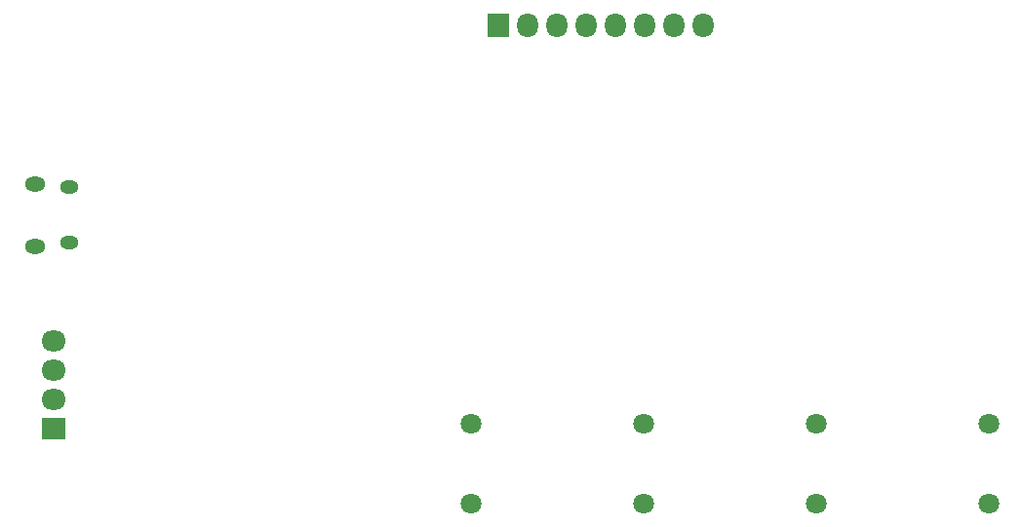
<source format=gbs>
G04 #@! TF.FileFunction,Soldermask,Bot*
%FSLAX46Y46*%
G04 Gerber Fmt 4.6, Leading zero omitted, Abs format (unit mm)*
G04 Created by KiCad (PCBNEW 4.0.1-3.201512221402+6198~38~ubuntu14.04.1-stable) date Wed 24 Feb 2016 01:49:48 AM EST*
%MOMM*%
G01*
G04 APERTURE LIST*
%ADD10C,0.100000*%
%ADD11C,1.800000*%
%ADD12R,2.132000X1.827200*%
%ADD13O,2.132000X1.827200*%
%ADD14O,1.600000X1.200000*%
%ADD15O,1.800000X1.300000*%
%ADD16R,1.827200X2.132000*%
%ADD17O,1.827200X2.132000*%
G04 APERTURE END LIST*
D10*
D11*
X155000000Y-104150000D03*
X155000000Y-97150000D03*
X125000000Y-104150000D03*
X125000000Y-97150000D03*
X140000000Y-104150000D03*
X140000000Y-97150000D03*
X110000000Y-104150000D03*
X110000000Y-97150000D03*
D12*
X73750000Y-97580000D03*
D13*
X73750000Y-95040000D03*
X73750000Y-92500000D03*
X73750000Y-89960000D03*
D14*
X75125000Y-76600000D03*
X75125000Y-81450000D03*
D15*
X72125000Y-76300000D03*
X72125000Y-81750000D03*
D16*
X112380000Y-62500000D03*
D17*
X114920000Y-62500000D03*
X117460000Y-62500000D03*
X120000000Y-62500000D03*
X122540000Y-62500000D03*
X125080000Y-62500000D03*
X127620000Y-62500000D03*
X130160000Y-62500000D03*
M02*

</source>
